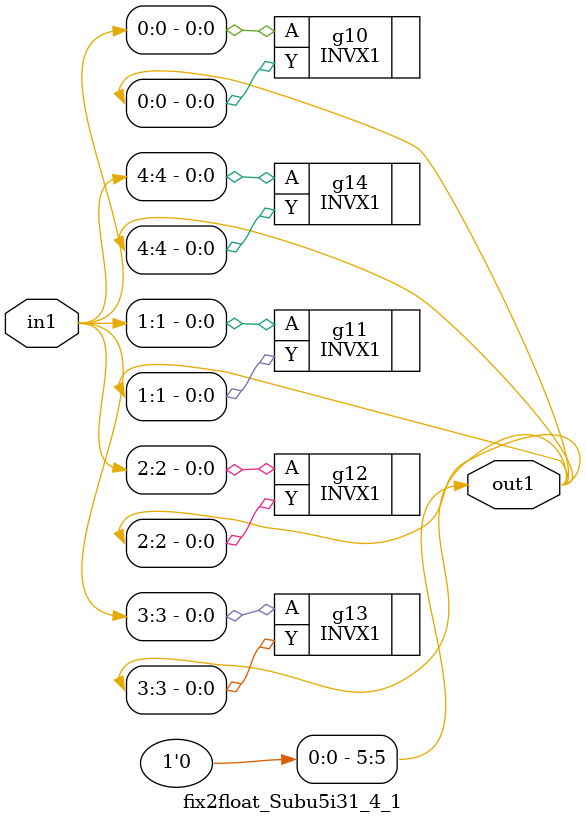
<source format=v>
`timescale 1ps / 1ps


module fix2float_Subu5i31_4_1(in1, out1);
  input [4:0] in1;
  output [5:0] out1;
  wire [4:0] in1;
  wire [5:0] out1;
  assign out1[5] = 1'b0;
  INVX1 g14(.A (in1[4]), .Y (out1[4]));
  INVX1 g13(.A (in1[3]), .Y (out1[3]));
  INVX1 g11(.A (in1[1]), .Y (out1[1]));
  INVX1 g10(.A (in1[0]), .Y (out1[0]));
  INVX1 g12(.A (in1[2]), .Y (out1[2]));
endmodule



</source>
